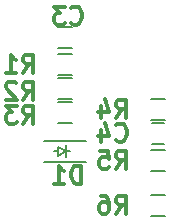
<source format=gbr>
G04 #@! TF.FileFunction,Legend,Bot*
%FSLAX46Y46*%
G04 Gerber Fmt 4.6, Leading zero omitted, Abs format (unit mm)*
G04 Created by KiCad (PCBNEW 4.0.1-stable) date 7/9/2016 7:27:37 PM*
%MOMM*%
G01*
G04 APERTURE LIST*
%ADD10C,0.150000*%
%ADD11C,0.304800*%
G04 APERTURE END LIST*
D10*
X32928000Y-43801000D02*
X34128000Y-43801000D01*
X34128000Y-42051000D02*
X32928000Y-42051000D01*
X34128000Y-48401000D02*
X32928000Y-48401000D01*
X32928000Y-50151000D02*
X34128000Y-50151000D01*
X40802000Y-54215000D02*
X42002000Y-54215000D01*
X42002000Y-52465000D02*
X40802000Y-52465000D01*
X40802000Y-58025000D02*
X42002000Y-58025000D01*
X42002000Y-56275000D02*
X40802000Y-56275000D01*
X32928000Y-46087000D02*
X34128000Y-46087000D01*
X34128000Y-44337000D02*
X32928000Y-44337000D01*
X40802000Y-49897000D02*
X42002000Y-49897000D01*
X42002000Y-48147000D02*
X40802000Y-48147000D01*
X34128000Y-46369000D02*
X32928000Y-46369000D01*
X32928000Y-48119000D02*
X34128000Y-48119000D01*
X40902000Y-50204000D02*
X41902000Y-50204000D01*
X41902000Y-51904000D02*
X40902000Y-51904000D01*
X32956500Y-52578000D02*
X32575500Y-52578000D01*
X33972500Y-52578000D02*
X33591500Y-52578000D01*
X33591500Y-52578000D02*
X32956500Y-52197000D01*
X32956500Y-52197000D02*
X32956500Y-52959000D01*
X32956500Y-52959000D02*
X33591500Y-52578000D01*
X33591500Y-52070000D02*
X33591500Y-53086000D01*
X35274000Y-53478000D02*
X31734000Y-53478000D01*
X35274000Y-51678000D02*
X31734000Y-51678000D01*
D11*
X34036000Y-41692286D02*
X34108571Y-41764857D01*
X34326285Y-41837429D01*
X34471428Y-41837429D01*
X34689143Y-41764857D01*
X34834285Y-41619714D01*
X34906857Y-41474571D01*
X34979428Y-41184286D01*
X34979428Y-40966571D01*
X34906857Y-40676286D01*
X34834285Y-40531143D01*
X34689143Y-40386000D01*
X34471428Y-40313429D01*
X34326285Y-40313429D01*
X34108571Y-40386000D01*
X34036000Y-40458571D01*
X33528000Y-40313429D02*
X32584571Y-40313429D01*
X33092571Y-40894000D01*
X32874857Y-40894000D01*
X32729714Y-40966571D01*
X32657143Y-41039143D01*
X32584571Y-41184286D01*
X32584571Y-41547143D01*
X32657143Y-41692286D01*
X32729714Y-41764857D01*
X32874857Y-41837429D01*
X33310285Y-41837429D01*
X33455428Y-41764857D01*
X33528000Y-41692286D01*
X29972000Y-50219429D02*
X30480000Y-49493714D01*
X30842857Y-50219429D02*
X30842857Y-48695429D01*
X30262285Y-48695429D01*
X30117143Y-48768000D01*
X30044571Y-48840571D01*
X29972000Y-48985714D01*
X29972000Y-49203429D01*
X30044571Y-49348571D01*
X30117143Y-49421143D01*
X30262285Y-49493714D01*
X30842857Y-49493714D01*
X29464000Y-48695429D02*
X28520571Y-48695429D01*
X29028571Y-49276000D01*
X28810857Y-49276000D01*
X28665714Y-49348571D01*
X28593143Y-49421143D01*
X28520571Y-49566286D01*
X28520571Y-49929143D01*
X28593143Y-50074286D01*
X28665714Y-50146857D01*
X28810857Y-50219429D01*
X29246285Y-50219429D01*
X29391428Y-50146857D01*
X29464000Y-50074286D01*
X37846000Y-54029429D02*
X38354000Y-53303714D01*
X38716857Y-54029429D02*
X38716857Y-52505429D01*
X38136285Y-52505429D01*
X37991143Y-52578000D01*
X37918571Y-52650571D01*
X37846000Y-52795714D01*
X37846000Y-53013429D01*
X37918571Y-53158571D01*
X37991143Y-53231143D01*
X38136285Y-53303714D01*
X38716857Y-53303714D01*
X36467143Y-52505429D02*
X37192857Y-52505429D01*
X37265428Y-53231143D01*
X37192857Y-53158571D01*
X37047714Y-53086000D01*
X36684857Y-53086000D01*
X36539714Y-53158571D01*
X36467143Y-53231143D01*
X36394571Y-53376286D01*
X36394571Y-53739143D01*
X36467143Y-53884286D01*
X36539714Y-53956857D01*
X36684857Y-54029429D01*
X37047714Y-54029429D01*
X37192857Y-53956857D01*
X37265428Y-53884286D01*
X37846000Y-57839429D02*
X38354000Y-57113714D01*
X38716857Y-57839429D02*
X38716857Y-56315429D01*
X38136285Y-56315429D01*
X37991143Y-56388000D01*
X37918571Y-56460571D01*
X37846000Y-56605714D01*
X37846000Y-56823429D01*
X37918571Y-56968571D01*
X37991143Y-57041143D01*
X38136285Y-57113714D01*
X38716857Y-57113714D01*
X36539714Y-56315429D02*
X36830000Y-56315429D01*
X36975143Y-56388000D01*
X37047714Y-56460571D01*
X37192857Y-56678286D01*
X37265428Y-56968571D01*
X37265428Y-57549143D01*
X37192857Y-57694286D01*
X37120285Y-57766857D01*
X36975143Y-57839429D01*
X36684857Y-57839429D01*
X36539714Y-57766857D01*
X36467143Y-57694286D01*
X36394571Y-57549143D01*
X36394571Y-57186286D01*
X36467143Y-57041143D01*
X36539714Y-56968571D01*
X36684857Y-56896000D01*
X36975143Y-56896000D01*
X37120285Y-56968571D01*
X37192857Y-57041143D01*
X37265428Y-57186286D01*
X29972000Y-45901429D02*
X30480000Y-45175714D01*
X30842857Y-45901429D02*
X30842857Y-44377429D01*
X30262285Y-44377429D01*
X30117143Y-44450000D01*
X30044571Y-44522571D01*
X29972000Y-44667714D01*
X29972000Y-44885429D01*
X30044571Y-45030571D01*
X30117143Y-45103143D01*
X30262285Y-45175714D01*
X30842857Y-45175714D01*
X28520571Y-45901429D02*
X29391428Y-45901429D01*
X28956000Y-45901429D02*
X28956000Y-44377429D01*
X29101143Y-44595143D01*
X29246285Y-44740286D01*
X29391428Y-44812857D01*
X37846000Y-49711429D02*
X38354000Y-48985714D01*
X38716857Y-49711429D02*
X38716857Y-48187429D01*
X38136285Y-48187429D01*
X37991143Y-48260000D01*
X37918571Y-48332571D01*
X37846000Y-48477714D01*
X37846000Y-48695429D01*
X37918571Y-48840571D01*
X37991143Y-48913143D01*
X38136285Y-48985714D01*
X38716857Y-48985714D01*
X36539714Y-48695429D02*
X36539714Y-49711429D01*
X36902571Y-48114857D02*
X37265428Y-49203429D01*
X36322000Y-49203429D01*
X29972000Y-48187429D02*
X30480000Y-47461714D01*
X30842857Y-48187429D02*
X30842857Y-46663429D01*
X30262285Y-46663429D01*
X30117143Y-46736000D01*
X30044571Y-46808571D01*
X29972000Y-46953714D01*
X29972000Y-47171429D01*
X30044571Y-47316571D01*
X30117143Y-47389143D01*
X30262285Y-47461714D01*
X30842857Y-47461714D01*
X29391428Y-46808571D02*
X29318857Y-46736000D01*
X29173714Y-46663429D01*
X28810857Y-46663429D01*
X28665714Y-46736000D01*
X28593143Y-46808571D01*
X28520571Y-46953714D01*
X28520571Y-47098857D01*
X28593143Y-47316571D01*
X29464000Y-48187429D01*
X28520571Y-48187429D01*
X37846000Y-51598286D02*
X37918571Y-51670857D01*
X38136285Y-51743429D01*
X38281428Y-51743429D01*
X38499143Y-51670857D01*
X38644285Y-51525714D01*
X38716857Y-51380571D01*
X38789428Y-51090286D01*
X38789428Y-50872571D01*
X38716857Y-50582286D01*
X38644285Y-50437143D01*
X38499143Y-50292000D01*
X38281428Y-50219429D01*
X38136285Y-50219429D01*
X37918571Y-50292000D01*
X37846000Y-50364571D01*
X36539714Y-50727429D02*
X36539714Y-51743429D01*
X36902571Y-50146857D02*
X37265428Y-51235429D01*
X36322000Y-51235429D01*
X34906857Y-55299429D02*
X34906857Y-53775429D01*
X34544000Y-53775429D01*
X34326285Y-53848000D01*
X34181143Y-53993143D01*
X34108571Y-54138286D01*
X34036000Y-54428571D01*
X34036000Y-54646286D01*
X34108571Y-54936571D01*
X34181143Y-55081714D01*
X34326285Y-55226857D01*
X34544000Y-55299429D01*
X34906857Y-55299429D01*
X32584571Y-55299429D02*
X33455428Y-55299429D01*
X33020000Y-55299429D02*
X33020000Y-53775429D01*
X33165143Y-53993143D01*
X33310285Y-54138286D01*
X33455428Y-54210857D01*
M02*

</source>
